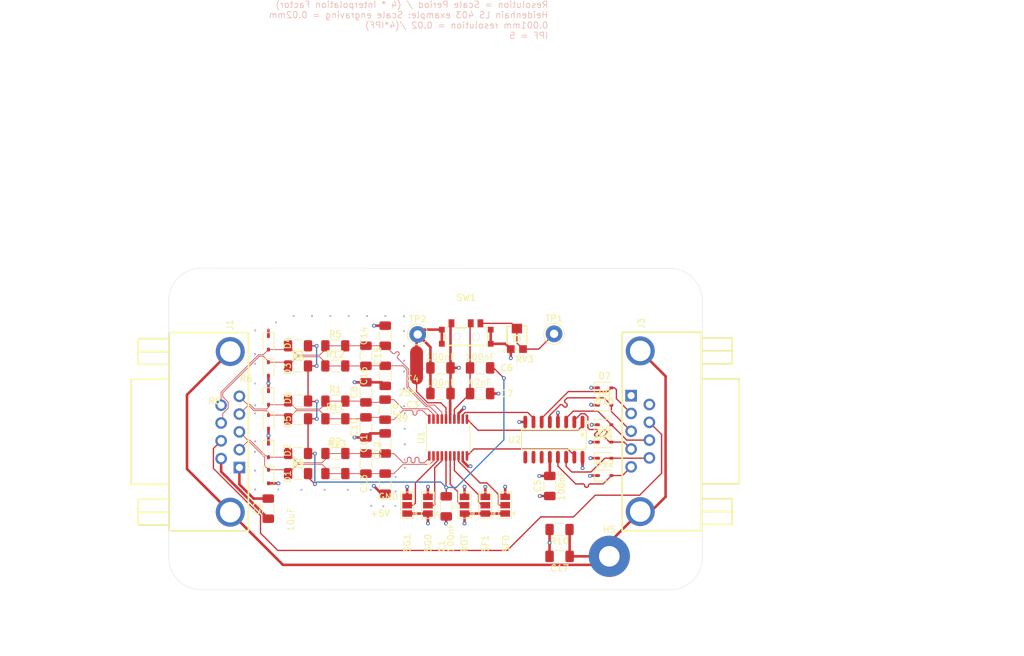
<source format=kicad_pcb>
(kicad_pcb (version 20241229) (generator "pcbnew") (generator_version "9.0")
  (layers (0 "F.Cu" signal) (4 "In1.Cu" signal) (6 "In2.Cu" signal) (2 "B.Cu" signal) (13 "F.Paste" user) (15 "B.Paste" user) (5 "F.SilkS" user "F.Silkscreen") (7 "B.SilkS" user "B.Silkscreen") (1 "F.Mask" user) (3 "B.Mask" user) (25 "Edge.Cuts" user))
  (net 0 "")
  (net 1 "GND")
  (net 2 "ICNV_VREF")
  (net 3 "+5V")
  (net 4 "ICNV_RCLK")
  (net 5 "COS-")
  (net 6 "SHIELD")
  (net 7 "SIN+")
  (net 8 "IDX+")
  (net 9 "COS+")
  (net 10 "IDX-")
  (net 11 "SIN-")
  (net 12 "B+")
  (net 13 "A+")
  (net 14 "A-")
  (net 15 "B-")
  (net 16 "SG1")
  (net 17 "SG0")
  (net 18 "SF1")
  (net 19 "ROT")
  (net 20 "SF0")
  (net 21 "GNDA")
  (net 22 "MC_2A")
  (net 23 "MC_1A")
  (net 24 "MC_3A")
  (net 25 "Z-")
  (net 26 "Z+")
  (net 27 "GNDS")
  (net 28 "Net-(RV3-Pad2)")
  (footprint "Diode_SMD:D_SOD-323" (layer "F.Cu") (at 123.5 98.9 -90)
    (property "Reference" "D5")
    (property "Value" "SD15_SOD323")
  )
  (footprint "easyeda2kicad:RES-ADJ-SMD_TC33X-2-104E" (layer "F.Cu") (at 162.12 85.975)
    (property "Reference" "RV3")
    (property "Value" "50K")
  )
  (footprint "Diode_SMD:D_SOD-323" (layer "F.Cu") (at 175.77 107.252)
    (property "Reference" "D12")
    (property "Value" "SD15_SOD323")
  )
  (footprint "Resistor_SMD:R_1206_3216Metric_Pad1.30x1.75mm_HandSolder" (layer "F.Cu") (at 168.75 115.64 180)
    (property "Reference" "R10")
    (property "Value" "1M")
  )
  (footprint "easyeda2kicad:SW-SMD_SS-3292S-L2-B" (layer "F.Cu") (at 154.25 85.16)
    (property "Reference" "SW1")
    (property "Value" "SS-3292S-L2-B")
  )
  (footprint "easyeda2kicad:SOIC-16_L9.9-W3.9-P1.27-LS6.0-BL" (layer "F.Cu") (at 167.87 101.65975 180)
    (property "Reference" "U2")
    (property "Value" "MC3487N" (hide yes))
  )
  (footprint "Diode_SMD:D_SOD-323" (layer "F.Cu") (at 123.49 90.67 -90)
    (property "Reference" "D3")
    (property "Value" "SD15_SOD323")
  )
  (footprint "Diode_SMD:D_SOD-323" (layer "F.Cu") (at 175.76 102.052)
    (property "Reference" "D9")
    (property "Value" "SD15_SOD323")
  )
  (footprint "Resistor_SMD:R_1206_3216Metric_Pad1.30x1.75mm_HandSolder" (layer "F.Cu") (at 128.1 106.95)
    (property "Reference" "R4")
    (property "Value" "25K")
  )
  (footprint "Diode_SMD:D_SOD-323" (layer "F.Cu") (at 123.49 103.35 -90)
    (property "Reference" "D2")
    (property "Value" "SD15_SOD323")
  )
  (footprint "Capacitor_SMD:C_1206_3216Metric_Pad1.33x1.80mm_HandSolder" (layer "F.Cu") (at 138.65 105.3875 -90)
    (property "Reference" "C12")
    (property "Value" "470p")
  )
  (footprint "MountingHole:MountingHole_3.2mm_M3" (layer "F.Cu") (at 120.85 80.78)
    (property "Reference" "H1" (hide yes))
    (property "Value" "MountingHole")
  )
  (footprint "Capacitor_SMD:C_1206_3216Metric_Pad1.33x1.80mm_HandSolder" (layer "F.Cu") (at 150.2375 90.5 180)
    (property "Reference" "C4")
    (property "Value" "100nF")
  )
  (footprint "Resistor_SMD:R_1206_3216Metric_Pad1.30x1.75mm_HandSolder" (layer "F.Cu") (at 128.09 90.2)
    (property "Reference" "R7")
    (property "Value" "25K")
  )
  (footprint "Capacitor_SMD:C_1206_3216Metric_Pad1.33x1.80mm_HandSolder" (layer "F.Cu") (at 141.64 102.2575 90)
    (property "Reference" "C11")
    (property "Value" "470p")
  )
  (footprint "Package_SO:TSSOP-20_4.4x6.5mm_P0.65mm" (layer "F.Cu") (at 151.425 101.3375 90)
    (property "Reference" "U1")
    (property "Value" "iC-NV")
  )
  (footprint "Capacitor_SMD:C_1206_3216Metric_Pad1.33x1.80mm_HandSolder" (layer "F.Cu") (at 167.2343 108.87335 90)
    (property "Reference" "C5")
    (property "Value" "100nF")
  )
  (footprint "Resistor_SMD:R_1206_3216Metric_Pad1.30x1.75mm_HandSolder" (layer "F.Cu") (at 133.89 90.2)
    (property "Reference" "R12")
    (property "Value" "1K")
  )
  (footprint "Capacitor_SMD:C_1206_3216Metric_Pad1.33x1.80mm_HandSolder" (layer "F.Cu") (at 156.4 90.5)
    (property "Reference" "C6")
    (property "Value" "100nF")
  )
  (footprint "Resistor_SMD:R_1206_3216Metric_Pad1.30x1.75mm_HandSolder" (layer "F.Cu") (at 133.89 87.07)
    (property "Reference" "R5")
    (property "Value" "1K")
  )
  (footprint "JumperSMD:SolderJumper-3_P1.3mm_Open_Pad1.0x1.5mm" (layer "F.Cu") (at 145.0575 111.87 90)
    (property "Reference" "JP1")
    (property "Value" "SolderJumper_3_Open")
  )
  (footprint "Resistor_SMD:R_1206_3216Metric_Pad1.30x1.75mm_HandSolder" (layer "F.Cu") (at 128.09 87.07 180)
    (property "Reference" "R6")
    (property "Value" "25K")
  )
  (footprint "Diode_SMD:D_SOD-323" (layer "F.Cu") (at 123.49 86.6 -90)
    (property "Reference" "D4")
    (property "Value" "SD15_SOD323")
  )
  (footprint "easyeda2kicad:DB9-TH_D-SUB-DR-9PCM-CB" (layer "F.Cu") (at 117.556047 100.458112 -90)
    (property "Reference" "J1")
    (property "Value" "Conn_01x11_Pin")
  )
  (footprint "JumperSMD:SolderJumper-3_P1.3mm_Open_Pad1.0x1.5mm" (layer "F.Cu") (at 160.3 111.86 90)
    (property "Reference" "JP5")
    (property "Value" "SolderJumper_3_Open")
  )
  (footprint "Capacitor_SMD:C_1206_3216Metric_Pad1.33x1.80mm_HandSolder" (layer "F.Cu") (at 156.4 94.5)
    (property "Reference" "C7")
    (property "Value" "47nF")
  )
  (footprint "Capacitor_SMD:C_1206_3216Metric_Pad1.33x1.80mm_HandSolder" (layer "F.Cu") (at 141.65 91.74 90)
    (property "Reference" "C16")
    (property "Value" "470p")
  )
  (footprint "JumperSMD:SolderJumper-3_P1.3mm_Open_Pad1.0x1.5mm" (layer "F.Cu") (at 157.2095 111.87 90)
    (property "Reference" "JP3")
    (property "Value" "SolderJumper_3_Open")
  )
  (footprint "Diode_SMD:D_SOD-323" (layer "F.Cu") (at 175.76 93.6)
    (property "Reference" "D7")
    (property "Value" "SD15_SOD323")
  )
  (footprint "Capacitor_SMD:C_1206_3216Metric_Pad1.33x1.80mm_HandSolder" (layer "F.Cu") (at 151.1335 112.05 -90)
    (property "Reference" "C1")
    (property "Value" "100nF")
  )
  (footprint "Capacitor_SMD:C_1206_3216Metric_Pad1.33x1.80mm_HandSolder" (layer "F.Cu") (at 138.65 88.6175 -90)
    (property "Reference" "C15")
    (property "Value" "470p")
  )
  (footprint "Resistor_SMD:R_1206_3216Metric_Pad1.30x1.75mm_HandSolder" (layer "F.Cu") (at 128.1 95.65 180)
    (property "Reference" "R8")
    (property "Value" "25K" (hide yes))
  )
  (footprint "Resistor_SMD:R_1206_3216Metric_Pad1.30x1.75mm_HandSolder" (layer "F.Cu") (at 133.9 106.95)
    (property "Reference" "R13")
    (property "Value" "1K")
  )
  (footprint "Capacitor_SMD:C_1206_3216Metric_Pad1.33x1.80mm_HandSolder" (layer "F.Cu") (at 138.65 94.3075 90)
    (property "Reference" "C8")
    (property "Value" "470p")
  )
  (footprint "NetTie:NetTie-2_SMD_Pad2.0mm" (layer "F.Cu") (at 146.52 90.09 -90)
    (property "Reference" "NT1" (hide yes))
    (property "Value" "NetTie_2" (hide yes))
  )
  (footprint "Capacitor_SMD:C_1206_3216Metric_Pad1.33x1.80mm_HandSolder" (layer "F.Cu") (at 123.46 112.4 90)
    (property "Reference" "C2")
    (property "Value" "10uF")
  )
  (footprint "Diode_SMD:D_SOD-323" (layer "F.Cu") (at 123.5 107.41 -90)
    (property "Reference" "D1")
    (property "Value" "SD15_SOD323")
  )
  (footprint "JumperSMD:SolderJumper-3_P1.3mm_Open_Pad1.0x1.5mm" (layer "F.Cu") (at 153.979 111.87 90)
    (property "Reference" "JP4")
    (property "Value" "SolderJumper_3_Open")
  )
  (footprint "Capacitor_SMD:C_1206_3216Metric_Pad1.33x1.80mm_HandSolder" (layer "F.Cu") (at 168.7575 119.83 180)
    (property "Reference" "C17")
    (property "Value" "4n7")
  )
  (footprint "Diode_SMD:D_SOD-323" (layer "F.Cu") (at 123.5 95.18 -90)
    (property "Reference" "D6")
    (property "Value" "SD15_SOD323")
  )
  (footprint "Capacitor_SMD:C_1206_3216Metric_Pad1.33x1.80mm_HandSolder" (layer "F.Cu") (at 141.64 108.5125 90)
    (property "Reference" "C13")
    (property "Value" "470p")
  )
  (footprint "Capacitor_SMD:C_1206_3216Metric_Pad1.33x1.80mm_HandSolder" (layer "F.Cu") (at 150.2375 94.5 180)
    (property "Reference" "C3")
    (property "Value" "100nF")
  )
  (footprint "Diode_SMD:D_SOD-323" (layer "F.Cu") (at 175.77 104.55)
    (property "Reference" "D11")
    (property "Value" "SD15_SOD323")
  )
  (footprint "Capacitor_SMD:C_1206_3216Metric_Pad1.33x1.80mm_HandSolder" (layer "F.Cu") (at 141.65 85.4975 90)
    (property "Reference" "C14")
    (property "Value" "470p")
  )
  (footprint "Diode_SMD:D_SOD-323" (layer "F.Cu") (at 175.76 99.35)
    (property "Reference" "D10")
    (property "Value" "SD15_SOD323")
  )
  (footprint "JumperSMD:SolderJumper-3_P1.3mm_Open_Pad1.0x1.5mm" (layer "F.Cu") (at 148.288 111.87 90)
    (property "Reference" "JP2")
    (property "Value" "SolderJumper_3_Open")
  )
  (footprint "Capacitor_SMD:C_1206_3216Metric_Pad1.33x1.80mm_HandSolder" (layer "F.Cu") (at 141.63 97 -90)
    (property "Reference" "C9")
    (property "Value" "470p")
  )
  (footprint "Resistor_SMD:R_1206_3216Metric_Pad1.30x1.75mm_HandSolder" (layer "F.Cu") (at 133.9 95.67)
    (property "Reference" "R1")
    (property "Value" "1K")
  )
  (footprint "Resistor_SMD:R_1206_3216Metric_Pad1.30x1.75mm_HandSolder" (layer "F.Cu") (at 133.9 103.82)
    (property "Reference" "R2")
    (property "Value" "1K")
  )
  (footprint "Connector_Pin:Pin_D1.3mm_L11.0mm" (layer "F.Cu") (at 167.9 85.2 180)
    (property "Reference" "TP1")
    (property "Value" "TestPoint")
  )
  (footprint "MountingHole:MountingHole_3.2mm_M3" (layer "F.Cu") (at 120.85 119.9)
    (property "Reference" "H3" (hide yes))
    (property "Value" "MountingHole")
  )
  (footprint "Connector_Pin:Pin_D1.3mm_L11.0mm" (layer "F.Cu") (at 146.7 85.3 180)
    (property "Reference" "TP2")
    (property "Value" "TestPoint")
  )
  (footprint "Diode_SMD:D_SOD-323" (layer "F.Cu") (at 175.76 96.302)
    (property "Reference" "D8")
    (property "Value" "SD15_SOD323")
  )
  (footprint "Resistor_SMD:R_1206_3216Metric_Pad1.30x1.75mm_HandSolder" (layer "F.Cu") (at 128.1 98.42)
    (property "Reference" "R9")
    (property "Value" "25K")
  )
  (footprint "Resistor_SMD:R_1206_3216Metric_Pad1.30x1.75mm_HandSolder" (layer "F.Cu") (at 133.9 98.42)
    (property "Reference" "R11")
    (property "Value" "1K")
  )
  (footprint "Capacitor_SMD:C_1206_3216Metric_Pad1.33x1.80mm_HandSolder" (layer "F.Cu") (at 138.65 99.7625 90)
    (property "Reference" "C10")
    (property "Value" "470p")
  )
  (footprint "MountingHole:MountingHole_3.2mm_M3_Pad" (layer "F.Cu") (at 176.49 119.82)
    (property "Reference" "H5")
    (property "Value" "MountingHole_Pad")
  )
  (footprint "easyeda2kicad:DB9-TH_D-SUB-DR-9PCM-CB" (layer "F.Cu") (at 181.3 100.36 90)
    (property "Reference" "J3")
    (property "Value" "Conn_01x11_Pin")
  )
  (footprint "Resistor_SMD:R_1206_3216Metric_Pad1.30x1.75mm_HandSolder" (layer "F.Cu") (at 128.1 103.82 180)
    (property "Reference" "R3")
    (property "Value" "25K")
  )
  (footprint "MountingHole:MountingHole_3.2mm_M3" (layer "F.Cu") (at 176.49 80.7)
    (property "Reference" "H2" (hide yes))
    (property "Value" "MountingHole")
  )
  (gr_arc (start 108.006047 80.008112) (mid 109.470513 76.472578) (end 113.006047 75.008112) (stroke (width 0.05)) (layer "Edge.Cuts"))
  (gr_line (start 108.006047 120.008112) (end 108.006047 80.008112) (stroke (width 0.05)) (layer "Edge.Cuts"))
  (gr_line (start 113.006047 75.008112) (end 185.944466 75.034466) (stroke (width 0.05)) (layer "Edge.Cuts"))
  (gr_arc (start 113.006047 125.008112) (mid 109.470513 123.543646) (end 108.006047 120.008112) (stroke (width 0.05)) (layer "Edge.Cuts"))
  (gr_arc (start 185.944466 75.034466) (mid 189.48 76.498932) (end 190.944466 80.034466) (stroke (width 0.05)) (layer "Edge.Cuts"))
  (gr_line (start 190.944466 80.034466) (end 190.944466 120.034466) (stroke (width 0.05)) (layer "Edge.Cuts"))
  (gr_arc (start 190.944466 120.034466) (mid 189.48 123.57) (end 185.944466 125.034466) (stroke (width 0.05)) (layer "Edge.Cuts"))
  (gr_line (start 185.9445 125.034466) (end 113.00605 125.008112) (stroke (width 0.05)) (layer "Edge.Cuts"))
  (gr_text "SG0" (at 148.288 117.778571 90) (layer "F.SilkS") (effects (font (size 1 1))))
  (gr_text "+5V" (at 140.85 113.15 0) (layer "F.SilkS") (effects (font (size 1 1))))
  (gr_text "ROT" (at 153.979 117.82619 90) (layer "F.SilkS") (effects (font (size 1 1))))
  (gr_text "25K" (at 145.15 94.35 0) (layer "F.SilkS") (effects (font (size 1 1))))
  (gr_text "GND" (at 142.123809 110.55 0) (layer "F.SilkS") (effects (font (size 1 1))))
  (gr_text "R6" (at 120 92.2 0) (layer "F.SilkS") (effects (font (size 1 1))))
  (gr_text "SF1" (at 157.2095 117.85 90) (layer "F.SilkS") (effects (font (size 1 1))))
  (gr_text "SG1\n" (at 145.0575 117.778571 90) (layer "F.SilkS") (effects (font (size 1 1))))
  (gr_text "SF0" (at 160.44 117.85 90) (layer "F.SilkS") (effects (font (size 1 1))))
  (gr_text "Resolution = Scale Period / (4 * Interpolation Factor)\nHeidenhain LS 403 example: Scale engraving = 0.02mm\n0.001mm resolution = 0.02 /(4*IPF)  \nIPF = 5\n\n" (at 167.05 41 0) (layer "B.SilkS") (effects (font (size 1 1) (thickness 0.1)) (justify left bottom mirror)))
  (segment (start 147.45 84.55) (end 146.7 85.3) (width 0.4) (layer "F.Cu") (net 1))
  (segment (start 123.49 94.12) (end 123.5 94.13) (width 0.4) (layer "F.Cu") (net 1))
  (segment (start 158.05 86.75) (end 160.345 86.75) (width 0.4) (layer "F.Cu") (net 1))
  (segment (start 139.905 83.935) (end 139.9 83.93) (width 0.4) (layer "F.Cu") (net 1))
  (segment (start 148.675 90.5) (end 148.675 87.275) (width 0.4) (layer "F.Cu") (net 1))
  (segment (start 123.5 108.46) (end 125.03 108.46) (width 0.4) (layer "F.Cu") (net 1))
  (segment (start 150.45 84.55) (end 147.45 84.55) (width 0.4) (layer "F.Cu") (net 1))
  (segment (start 123.49 99.96) (end 123.5 99.95) (width 0.4) (layer "F.Cu") (net 1))
  (segment (start 173.69 93.6) (end 173.68 93.59) (width 0.4) (layer "F.Cu") (net 1))
  (segment (start 165.67915 110.43585) (end 165.675 110.44) (width 0.4) (layer "F.Cu") (net 1))
  (segment (start 141.64 100.695) (end 139.28 100.695) (width 0.4) (layer "F.Cu") (net 1))
  (segment (start 141.64 110.075) (end 141.075 110.075) (width 0.4) (layer "F.Cu") (net 1))
  (segment (start 174.71 96.302) (end 173.74025 96.302) (width 0.4) (layer "F.Cu") (net 1))
  (segment (start 167.2 115.64) (end 167.2 117.71) (width 0.4) (layer "F.Cu") (net 1))
  (segment (start 118.976047 105.998112) (end 118.976047 108.628605) (width 0.4) (layer "F.Cu") (net 1))
  (segment (start 163.43 98.91975) (end 162.4923 98.91975) (width 0.4) (layer "F.Cu") (net 1))
  (segment (start 161.17 88.97) (end 161.175 88.975) (width 0.4) (layer "F.Cu") (net 1))
  (segment (start 154.501208 105.8) (end 154.9 105.8) (width 0.4) (layer "F.Cu") (net 1))
  (segment (start 167.2343 110.43585) (end 165.67915 110.43585) (width 0.4) (layer "F.Cu") (net 1))
  (segment (start 157.9625 94.5) (end 159.25 94.5) (width 0.4) (layer "F.Cu") (net 1))
  (segment (start 146.52 88.09) (end 146.52 85.48) (width 0.4) (layer "F.Cu") (net 1))
  (segment (start 151.1335 113.6125) (end 151.1335 114.6565) (width 0.4) (layer "F.Cu") (net 1))
  (segment (start 173.74025 96.302) (end 173.67 96.23175) (width 0.4) (layer "F.Cu") (net 1))
  (segment (start 174.71 102.052) (end 173.568 102.052) (width 0.4) (layer "F.Cu") (net 1))
  (segment (start 141.0925 92.745) (end 141.65 93.3025) (width 0.4) (layer "F.Cu") (net 1))
  (segment (start 123.49 92.92) (end 123.49 94.12) (width 0.4) (layer "F.Cu") (net 1))
  (segment (start 139.28 100.695) (end 138.65 101.325) (width 0.4) (layer "F.Cu") (net 1))
  (segment (start 150.45 86.75) (end 150.45 84.55) (width 0.4) (layer "F.Cu") (net 1))
  (segment (start 153.979 109) (end 153.979 110.57) (width 0.4) (layer "F.Cu") (net 1))
  (segment (start 121.184942 110.8375) (end 123.46 110.8375) (width 0.4) (layer "F.Cu") (net 1))
  (segment (start 125.03 108.46) (end 125.04 108.47) (width 0.4) (layer "F.Cu") (net 1))
  (segment (start 148.288 109) (end 148.288 110.57) (width 0.4) (layer "F.Cu") (net 1))
  (segment (start 174.72 107.252) (end 173.538 107.252) (width 0.4) (layer "F.Cu") (net 1))
  (segment (start 174.72 104.55) (end 173.55 104.55) (width 0.4) (layer "F.Cu") (net 1))
  (segment (start 151.1335 114.6565) (end 151.09 114.7) (width 0.4) (layer "F.Cu") (net 1))
  (segment (start 167.195 119.83) (end 167.195 117.715) (width 0.4) (layer "F.Cu") (net 1))
  (segment (start 148.675 94.5) (end 148.675 90.5) (width 0.4) (layer "F.Cu") (net 1))
  (segment (start 173.55 102.07) (end 173.568 102.052) (width 0.4) (layer "F.Cu") (net 1))
  (segment (start 174.71 93.6) (end 173.69 93.6) (width 0.4) (layer "F.Cu") (net 1))
  (segment (start 141.075 110.075) (end 139.87 108.87) (width 0.4) (layer "F.Cu") (net 1))
  (segment (start 123.49 91.72) (end 123.49 92.92) (width 0.4) (layer "F.Cu") (net 1))
  (segment (start 167.195 117.715) (end 167.2 117.71) (width 0.4) (layer "F.Cu") (net 1))
  (segment (start 153.7 104.998792) (end 154.501208 105.8) (width 0.4) (layer "F.Cu") (net 1))
  (segment (start 153.7 104.2) (end 153.7 104.998792) (width 0.4) (layer "F.Cu") (net 1))
  (segment (start 138.65 92.745) (end 136.885 92.745) (width 0.4) (layer "F.Cu") (net 1))
  (segment (start 136.885 101.325) (end 136.88 101.32) (width 0.4) (layer "F.Cu") (net 1))
  (segment (start 174.71 99.35) (end 173.75 99.35) (width 0.4) (layer "F.Cu") (net 1))
  (segment (start 123.49 84.6) (end 123.48 84.59) (width 0.4) (layer "F.Cu") (net 1))
  (segment (start 145.0575 109) (end 145.0575 110.57) (width 0.4) (layer "F.Cu") (net 1))
  (segment (start 161.17 87.575) (end 161.17 88.97) (width 0.4) (layer "F.Cu") (net 1))
  (segment (start 123.49 101.04) (end 123.49 99.96) (width 0.4) (layer "F.Cu") (net 1))
  (segment (start 141.65 83.935) (end 139.905 83.935) (width 0.4) (layer "F.Cu") (net 1))
  (segment (start 160.345 86.75) (end 161.17 87.575) (width 0.4) (layer "F.Cu") (net 1))
  (segment (start 146.52 85.48) (end 146.7 85.3) (width 0.4) (layer "F.Cu") (net 1))
  (segment (start 138.65 101.325) (end 136.885 101.325) (width 0.4) (layer "F.Cu") (net 1))
  (segment (start 123.49 85.55) (end 123.49 84.6) (width 0.4) (layer "F.Cu") (net 1))
  (segment (start 160.3 108.99) (end 160.3 110.56) (width 0.4) (layer "F.Cu") (net 1))
  (segment (start 148.675 87.275) (end 146.7 85.3) (width 0.4) (layer "F.Cu") (net 1))
  (segment (start 118.976047 108.628605) (end 121.184942 110.8375) (width 0.4) (layer "F.Cu") (net 1))
  (segment (start 173.538 107.252) (end 173.49 107.3) (width 0.4) (layer "F.Cu") (net 1))
  (segment (start 158.05 84.55) (end 158.05 86.75) (width 0.4) (layer "F.Cu") (net 1))
  (segment (start 157.2095 109) (end 157.2095 110.57) (width 0.4) (layer "F.Cu") (net 1))
  (segment (start 138.65 92.745) (end 141.0925 92.745) (width 0.4) (layer "F.Cu") (net 1))
  (segment (start 123.5 110.7975) (end 123.46 110.8375) (width 0.4) (layer "F.Cu") (net 1))
  (segment (start 123.49 102.3) (end 123.49 101.04) (width 0.4) (layer "F.Cu") (net 1))
  (via (at 143.26 109.725) (size 0.25) (drill 0.15) (layers "F.Cu" "B.Cu") (net 1))
  (via (at 123.48 84.59) (size 0.25) (drill 0.15) (layers "F.Cu" "B.Cu") (net 1))
  (via (at 121.44 96.31) (size 0.25) (drill 0.15) (layers "F.Cu" "B.Cu") (net 1))
  (via (at 173.55 102.07) (size 0.6) (drill 0.3) (layers "F.Cu" "B.Cu") (net 1))
  (via (at 148.288 109) (size 0.6) (drill 0.3) (layers "F.Cu" "B.Cu") (net 1))
  (via (at 139.9 83.93) (size 0.6) (drill 0.3) (layers "F.Cu" "B.Cu") (net 1))
  (via (at 125.04 108.47) (size 0.6) (drill 0.3) (layers "F.Cu" "B.Cu") (net 1))
  (via (at 143.23 111.97) (size 0.25) (drill 0.15) (layers "F.Cu" "B.Cu") (net 1))
  (via (at 133.116667 82.45) (size 0.25) (drill 0.15) (layers "F.Cu" "B.Cu") (net 1))
  (via (at 139.87 108.87) (size 0.6) (drill 0.3) (layers "F.Cu" "B.Cu") (net 1))
  (via (at 136.88 101.32) (size 0.6) (drill 0.3) (layers "F.Cu" "B.Cu") (net 1))
  (via (at 151.09 114.7) (size 0.6) (drill 0.3) (layers "F.Cu" "B.Cu") (net 1))
  (via (at 153.979 109) (size 0.6) (drill 0.3) (layers "F.Cu" "B.Cu") (net 1))
  (via (at 144.7 102.386667) (size 0.25) (drill 0.15) (layers "F.Cu" "B.Cu") (net 1))
  (via (at 144.68 99.973333) (size 0.25) (drill 0.15) (layers "F.Cu" "B.Cu") (net 1))
  (via (at 121.43 101.93) (size 0.25) (drill 0.15) (layers "F.Cu" "B.Cu") (net 1))
  (via (at 139.47 111.96) (size 0.25) (drill 0.15) (layers "F.Cu" "B.Cu") (net 1))
  (via (at 121.43 97.57) (size 0.25) (drill 0.15) (layers "F.Cu" "B.Cu") (net 1))
  (via (at 160.3 108.99) (size 0.6) (drill 0.3) (layers "F.Cu" "B.Cu") (net 1))
  (via (at 121.39 103.55) (size 0.25) (drill 0.15) (layers "F.Cu" "B.Cu") (net 1))
  (via (at 121.41 88.37) (size 0.25) (drill 0.15) (layers "F.Cu" "B.Cu") (net 1))
  (via (at 124.69 83.43) (size 0.25) (drill 0.15) (layers "F.Cu" "B.Cu") (net 1))
  (via (at 138.823333 82.45) (size 0.25) (drill 0.15) (layers "F.Cu" "B.Cu") (net 1))
  (via (at 121.42 109.42) (size 0.25) (drill 0.15) (layers "F.Cu" "B.Cu") (net 1))
  (via (at 121.44 92.93) (size 0.25) (drill 0.15) (layers "F.Cu" "B.Cu") (net 1))
  (via (at 121.44 84.66) (size 0.25) (drill 0.15) (layers "F.Cu" "B.Cu") (net 1))
  (via (at 144.69 106.04) (size 0.25) (drill 0.15) (layers "F.Cu" "B.Cu") (net 1))
  (via (at 144.68 97.56) (size 0.25) (drill 0.15) (layers "F.Cu" "B.Cu") (net 1))
  (via (at 125.02 109.43) (size 0.25) (drill 0.15) (layers "F.Cu" "B.Cu") (net 1))
  (via (at 144.56 87.076667) (size 0.25) (drill 0.15) (layers "F.Cu" "B.Cu") (net 1))
  (via (at 144.58 93.75) (size 0.25) (drill 0.15) (layers "F.Cu" "B.Cu") (net 1))
  (via (at 144.58 91.04) (size 0.25) (drill 0.15) (layers "F.Cu" "B.Cu") (net 1))
  (via (at 144.69 104.8) (size 0.25) (drill 0.15) (layers "F.Cu" "B.Cu") (net 1))
  (via (at 144.57 96.46) (size 0.25) (drill 0.15) (layers "F.Cu" "B.Cu") (net 1))
  (via (at 154.9 105.8) (size 0.6) (drill 0.3) (layers "F.Cu" "B.Cu") (net 1))
  (via (at 173.55 104.55) (size 0.6) (drill 0.3) (layers "F.Cu" "B.Cu") (net 1))
  (via (at 159.25 94.5) (size 0.6) (drill 0.3) (layers "F.Cu" "B.Cu") (net 1))
  (via (at 157.2095 109) (size 0.6) (drill 0.3) (layers "F.Cu" "B.Cu") (net 1))
  (via (at 132.22 109.47) (size 0.25) (drill 0.15) (layers "F.Cu" "B.Cu") (net 1))
  (via (at 162.4923 98.91975) (size 0.6) (drill 0.3) (layers "F.Cu" "B.Cu") (net 1))
  (via (at 173.67 96.23175) (size 0.6) (drill 0.3) (layers "F.Cu" "B.Cu") (net 1))
  (via (at 136.885 92.745) (size 0.6) (drill 0.3) (layers "F.Cu" "B.Cu") (net 1))
  (via (at 144.53 82.47) (size 0.25) (drill 0.15) (layers "F.Cu" "B.Cu") (net 1))
  (via (at 128.62 109.47) (size 0.25) (drill 0.15) (layers "F.Cu" "B.Cu") (net 1))
  (via (at 135.97 82.45) (size 0.25) (drill 0.15) (layers "F.Cu" "B.Cu") (net 1))
  (via (at 121.44 89.86) (size 0.25) (drill 0.15) (layers "F.Cu" "B.Cu") (net 1))
  (via (at 135.82 109.47) (size 0.25) (drill 0.15) (layers "F.Cu" "B.Cu") (net 1))
  (via (at 141.676667 82.44) (size 0.25) (drill 0.15) (layers "F.Cu" "B.Cu") (net 1))
  (via (at 173.68 93.59) (size 0.6) (drill 0.3) (layers "F.Cu" "B.Cu") (net 1))
  (via (at 144.56 84.773333) (size 0.25) (drill 0.15) (layers "F.Cu" "B.Cu") (net 1))
  (via (at 173.75 99.35) (size 0.6) (drill 0.3) (layers "F.Cu" "B.Cu") (net 1))
  (via (at 161.175 88.975) (size 0.6) (drill 0.3) (layers "F.Cu" "B.Cu") (net 1))
  (via (at 139.42 109.49) (size 0.25) (drill 0.15) (layers "F.Cu" "B.Cu") (net 1))
  (via (at 123.49 92.92) (size 0.6) (drill 0.3) (layers "F.Cu" "B.Cu") (net 1))
  (via (at 173.49 107.3) (size 0.6) (drill 0.3) (layers "F.Cu" "B.Cu") (net 1))
  (via (at 130.263333 82.45) (size 0.25) (drill 0.15) (layers "F.Cu" "B.Cu") (net 1))
  (via (at 165.675 110.44) (size 0.6) (drill 0.3) (layers "F.Cu" "B.Cu") (net 1))
  (via (at 123.49 101.04) (size 0.6) (drill 0.3) (layers "F.Cu" "B.Cu") (net 1))
  (via (at 144.57 89.38) (size 0.25) (drill 0.15) (layers "F.Cu" "B.Cu") (net 1))
  (via (at 127.41 82.45) (size 0.25) (drill 0.15) (layers "F.Cu" "B.Cu") (net 1))
  (via (at 121.4 106.485) (size 0.25) (drill 0.15) (layers "F.Cu" "B.Cu") (net 1))
  (via (at 167.2 117.71) (size 0.6) (drill 0.3) (layers "F.Cu" "B.Cu") (net 1))
  (via (at 145.0575 109) (size 0.6) (drill 0.3) (layers "F.Cu" "B.Cu") (net 1))
  (via (at 141.35 112.02) (size 0.25) (drill 0.15) (layers "F.Cu" "B.Cu") (net 1))
  (via (at 143.27 107.48) (size 0.25) (drill 0.15) (layers "F.Cu" "B.Cu") (net 1))
  (segment (start 129.73 95.73) (end 129.65 95.65) (width 0.2) (layer "F.Cu") (net 2))
  (segment (start 157.9625 90.5) (end 158.5 90.5) (width 0.2) (layer "F.Cu") (net 2))
  (segment (start 129.64 90.2) (end 130.98 90.2) (width 0.2) (layer "F.Cu") (net 2))
  (segment (start 130.99 98.42) (end 131 98.43) (width 0.2) (layer "F.Cu") (net 2))
  (segment (start 130.71 103.83) (end 129.66 103.83) (width 0.2) (layer "F.Cu") (net 2))
  (segment (start 129.66 103.83) (end 129.65 103.82) (width 0.2) (layer "F.Cu") (net 2))
  (segment (start 129.65 98.42) (end 130.99 98.42) (width 0.2) (layer "F.Cu") (net 2))
  (segment (start 129.65 107.52) (end 129.65 106.95) (width 0.2) (layer "F.Cu") (net 2))
  (segment (start 131 95.73) (end 129.73 95.73) (width 0.2) (layer "F.Cu") (net 2))
  (segment (start 151.1335 109.1135) (end 151.13 109.11) (width 0.2) (layer "F.Cu") (net 2))
  (segment (start 129.65 87.08) (end 129.64 87.07) (width 0.2) (layer "F.Cu") (net 2))
  (segment (start 129.65 90.21) (end 129.64 90.2) (width 0.2) (layer "F.Cu") (net 2))
  (segment (start 151.1 109.08) (end 151.13 109.11) (width 0.2) (layer "F.Cu") (net 2))
  (segment (start 130.71 108.58) (end 129.65 107.52) (width 0.2) (layer "F.Cu") (net 2))
  (segment (start 158.5 90.5) (end 160.1 92.1) (width 0.2) (layer "F.Cu") (net 2))
  (segment (start 151.1 104.2) (end 151.1 109.08) (width 0.2) (layer "F.Cu") (net 2))
  (segment (start 130.98 87.08) (end 129.65 87.08) (width 0.2) (layer "F.Cu") (net 2))
  (segment (start 151.1335 110.4875) (end 151.1335 109.1135) (width 0.2) (layer "F.Cu") (net 2))
  (segment (start 129.65 95.65) (end 129.65 90.21) (width 0.2) (layer "F.Cu") (net 2))
  (segment (start 129.65 103.82) (end 129.65 98.42) (width 0.2) (layer "F.Cu") (net 2))
  (via (at 130.71 108.58) (size 0.6) (drill 0.3) (layers "F.Cu" "B.Cu") (net 2))
  (via (at 130.98 87.08) (size 0.6) (drill 0.3) (layers "F.Cu" "B.Cu") (net 2))
  (via (at 160.1 92.1) (size 0.6) (drill 0.3) (layers "F.Cu" "B.Cu") (net 2))
  (via (at 130.71 103.83) (size 0.6) (drill 0.3) (layers "F.Cu" "B.Cu") (net 2))
  (via (at 131 95.73) (size 0.6) (drill 0.3) (layers "F.Cu" "B.Cu") (net 2))
  (via (at 131 98.43) (size 0.6) (drill 0.3) (layers "F.Cu" "B.Cu") (net 2))
  (via (at 151.13 109.11) (size 0.6) (drill 0.3) (layers "F.Cu" "B.Cu") (net 2))
  (via (at 130.98 90.2) (size 0.6) (drill 0.3) (layers "F.Cu" "B.Cu") (net 2))
  (segment (start 130.98 90.2) (end 130.98 87.08) (width 0.2) (layer "B.Cu") (net 2))
  (segment (start 131 98.43) (end 131 95.73) (width 0.2) (layer "B.Cu") (net 2))
  (segment (start 152.68 109.11) (end 160.1 101.69) (width 0.2) (layer "B.Cu") (net 2))
  (segment (start 130.71 108.58) (end 130.71 103.83) (width 0.2) (layer "B.Cu") (net 2))
  (segment (start 130.71 108.58) (end 131.021 108.269) (width 0.2) (layer "B.Cu") (net 2))
  (segment (start 150.289 108.269) (end 151.13 109.11) (width 0.2) (layer "B.Cu") (net 2))
  (segment (start 151.13 109.11) (end 152.68 109.11) (width 0.2) (layer "B.Cu") (net 2))
  (segment (start 160.1 101.69) (end 160.1 92.1) (width 0.2) (layer "B.Cu") (net 2))
  (segment (start 131.021 108.269) (end 150.289 108.269) (width 0.2) (layer "B.Cu") (net 2))
  (segment (start 167.24 107.30515) (end 167.2343 107.31085) (width 0.4) (layer "F.Cu") (net 3))
  (segment (start 116.136047 106.638547) (end 123.46 113.9625) (width 0.4) (layer "F.Cu") (net 3))
  (segment (start 151.95 83.57) (end 151.8 83.72) (width 0.4) (layer "F.Cu") (net 3))
  (segment (start 148.288 113.17) (end 148.288 114.7) (width 0.4) (layer "F.Cu") (net 3))
  (segment (start 167.2343 107.31085) (end 165.60085 107.31085) (width 0.4) (layer "F.Cu") (net 3))
  (segment (start 153.05 97.58) (end 153.91 96.72) (width 0.4) (layer "F.Cu") (net 3))
  (segment (start 151.75 98.475) (end 151.75 94.55) (width 0.4) (layer "F.Cu") (net 3))
  (segment (start 151.8 83.72) (end 151.8 90.5) (width 0.4) (layer "F.Cu") (net 3))
  (segment (start 116.136047 104.618112) (end 116.136047 106.638547) (width 0.4) (layer "F.Cu") (net 3))
  (segment (start 168.5 97.48025) (end 168.4923 97.47255) (width 0.4) (layer "F.Cu") (net 3))
  (segment (start 172.32 106.09) (end 172.33 106.1) (width 0.4) (layer "F.Cu") (net 3))
  (segment (start 168.5 98.91975) (end 168.5 97.48025) (width 0.4) (layer "F.Cu") (net 3))
  (segment (start 172.32 105.35) (end 172.32 104.39975) (width 0.4) (layer "F.Cu") (net 3))
  (segment (start 167.24 104.39975) (end 167.24 107.30515) (width 0.4) (layer "F.Cu") (net 3))
  (segment (start 172.32 105.47) (end 172.32 105.35) (width 0.4) (layer "F.Cu") (net 3))
  (segment (start 172.32 105.35) (end 172.32 106.09) (width 0.4) (layer "F.Cu") (net 3))
  (segment (start 153.979 113.17) (end 160.44 113.17) (width 0.4) (layer "F.Cu") (net 3))
  (segment (start 151.8 90.5) (end 153.1 90.5) (width 0.4) (layer "F.Cu") (net 3))
  (segment (start 153.05 98.475) (end 153.05 97.58) (width 0.4) (layer "F.Cu") (net 3))
  (segment (start 165.60085 107.31085) (end 165.6 107.31) (width 0.4) (layer "F.Cu") (net 3))
  (segment (start 145.0575 113.17) (end 148.288 113.17) (width 0.4) (layer "F.Cu") (net 3))
  (segment (start 153.979 113.17) (end 153.979 114.7) (width 0.4) (layer "F.Cu") (net 3))
  (segment (start 151.75 94.55) (end 151.8 94.5) (width 0.4) (layer "F.Cu") (net 3))
  (segment (start 151.8 94.5) (end 151.8 90.5) (width 0.4) (layer "F.Cu") (net 3))
  (via (at 148.288 114.7) (size 0.6) (drill 0.3) (layers "F.Cu" "B.Cu") (net 3))
  (via (at 153.91 96.72) (size 0.6) (drill 0.3) (layers "F.Cu" "B.Cu") (net 3))
  (via (at 172.33 106.1) (size 0.6) (drill 0.3) (layers "F.Cu" "B.Cu") (net 3))
  (via (at 153.1 90.5) (size 0.6) (drill 0.3) (layers "F.Cu" "B.Cu") (net 3))
  (via (at 153.979 114.7) (size 0.6) (drill 0.3) (layers "F.Cu" "B.Cu") (net 3))
  (via (at 165.6 107.31) (size 0.6) (drill 0.3) (layers "F.Cu" "B.Cu") (net 3))
  (via (at 168.4923 97.47255) (size 0.6) (drill 0.3) (layers "F.Cu" "B.Cu") (net 3))
  (segment (start 152.4 98.475) (end 152.4 96.9375) (width 0.2) (layer "F.Cu") (net 4))
  (segment (start 154.8375 83.6825) (end 154.95 83.57) (width 0.2) (layer "F.Cu") (net 4))
  (segment (start 152.4 96.9375) (end 154.8375 94.5) (width 0.2) (layer "F.Cu") (net 4))
  (segment (start 154.8375 94.5) (end 154.8375 90.5) (width 0.2) (layer "F.Cu") (net 4))
  (segment (start 154.8375 90.5) (end 154.8375 83.6825) (width 0.2) (layer "F.Cu") (net 4))
  (segment (start 122.905247 105.765247) (end 123.5 106.36) (width 0.1) (layer "F.Cu") (net 5))
  (segment (start 122.905247 104.392025) (end 122.905247 105.765247) (width 0.1) (layer "F.Cu") (net 5))
  (segment (start 132.35 106.03) (end 132.35 106.95) (width 0.1) (layer "F.Cu") (net 5))
  (segment (start 126.55 106.95) (end 127.99 105.51) (width 0.1) (layer "F.Cu") (net 5))
  (segment (start 118.976047 103.228112) (end 120.236047 101.968112) (width 0.1) (layer "F.Cu") (net 5))
  (segment (start 141.64 106.95) (end 138.65 106.95) (width 0.1) (layer "F.Cu") (net 5))
  (segment (start 149.15 104.937499) (end 148.577499 105.51) (width 0.1) (layer "F.Cu") (net 5))
  (segment (start 131.83 105.51) (end 132.35 106.03) (width 0.1) (layer "F.Cu") (net 5))
  (segment (start 125.96 106.36) (end 126.55 106.95) (width 0.1) (layer "F.Cu") (net 5))
  (segment (start 148.577499 105.51) (end 144.430001 105.51) (width 0.1) (layer "F.Cu") (net 5))
  (segment (start 120.481334 101.968112) (end 122.905247 104.392025) (width 0.1) (layer "F.Cu") (net 5))
  (segment (start 142.990001 106.95) (end 141.64 106.95) (width 0.1) (layer "F.Cu") (net 5))
  (segment (start 138.65 106.95) (end 135.45 106.95) (width 0.1) (layer "F.Cu") (net 5))
  (segment (start 132.35 106.95) (end 135.45 106.95) (width 0.1) (layer "F.Cu") (net 5))
  (segment (start 144.430001 105.51) (end 142.990001 106.95) (width 0.1) (layer "F.Cu") (net 5))
  (segment (start 123.5 106.36) (end 125.96 106.36) (width 0.1) (layer "F.Cu") (net 5))
  (segment (start 120.236047 101.968112) (end 120.481334 101.968112) (width 0.1) (layer "F.Cu") (net 5))
  (segment (start 127.99 105.51) (end 131.83 105.51) (width 0.1) (layer "F.Cu") (net 5))
  (segment (start 149.15 104.2) (end 149.15 104.937499) (width 0.1) (layer "F.Cu") (net 5))
  (segment (start 124.95 118.91) (end 160.60881 118.91) (width 0.2) (layer "F.Cu") (net 6))
  (segment (start 122.259 113.47002) (end 122.259 116.219) (width 0.2) (layer "F.Cu") (net 6))
  (segment (start 114.935047 106.146067) (end 122.259 113.47002) (width 0.2) (layer "F.Cu") (net 6))
  (segment (start 116.136047 101.848112) (end 114.935047 103.049112) (width 0.2) (layer "F.Cu") (net 6))
  (segment (start 122.259 116.219) (end 124.95 118.91) (width 0.2) (layer "F.Cu") (net 6))
  (segment (start 184.62 100.87) (end 182.72 98.97) (width 0.2) (layer "F.Cu") (net 6))
  (segment (start 184.62 106.89) (end 184.62 100.87) (width 0.2) (layer "F.Cu") (net 6))
  (segment (start 170.92 113.69) (end 174.301 110.309) (width 0.2) (layer "F.Cu") (net 6))
  (segment (start 114.935047 103.049112) (end 114.935047 106.146067) (width 0.2) (layer "F.Cu") (net 6))
  (segment (start 160.60881 118.91) (end 165.82881 113.69) (width 0.2) (layer "F.Cu") (net 6))
  (segment (start 174.301 110.309) (end 181.201 110.309) (width 0.2) (layer "F.Cu") (net 6))
  (segment (start 165.82881 113.69) (end 170.92 113.69) (width 0.2) (layer "F.Cu") (net 6))
  (segment (start 181.201 110.309) (end 184.62 106.89) (width 0.2) (layer "F.Cu") (net 6))
  (segment (start 135.45 95.67) (end 138.45 95.67) (width 0.1) (layer "F.Cu") (net 7))
  (segment (start 144.417501 96.875) (end 142.980001 95.4375) (width 0.1) (layer "F.Cu") (net 7))
  (segment (start 118.976047 94.918112) (end 120.236047 96.178112) (width 0.1) (layer "F.Cu") (net 7))
  (segment (start 123.205 96.895) (end 123.5 96.6) (width 0.1) (layer "F.Cu") (net 7))
  (segment (start 149.15 98.475) (end 149.15 97.737501) (width 0.1) (layer "F.Cu") (net 7))
  (segment (start 148.287499 96.875) (end 144.417501 96.875) (width 0.1) (layer "F.Cu") (net 7))
  (segment (start 121.331778 96.895) (end 123.205 96.895) (width 0.1) (layer "F.Cu") (net 7))
  (segment (start 132.35 96.05) (end 132.35 95.67) (width 0.1) (layer "F.Cu") (net 7))
  (segment (start 132.35 95.67) (end 135.45 95.67) (width 0.1) (layer "F.Cu") (net 7))
  (segment (start 120.61489 96.178112) (end 121.331778 96.895) (width 0.1) (layer "F.Cu") (net 7))
  (segment (start 149.15 97.737501) (end 148.287499 96.875) (width 0.1) (layer "F.Cu") (net 7))
  (segment (start 120.236047 96.178112) (end 120.61489 96.178112) (width 0.1) (layer "F.Cu") (net 7))
  (segment (start 126.55 95.65) (end 127.81 96.91) (width 0.1) (layer "F.Cu") (net 7))
  (segment (start 123.5 96.6) (end 123.5 96.23) (width 0.1) (layer "F.Cu") (net 7))
  (segment (start 127.81 96.91) (end 131.49 96.91) (width 0.1) (layer "F.Cu") (net 7))
  (segment (start 125.97 96.23) (end 126.55 95.65) (width 0.1) (layer "F.Cu") (net 7))
  (segment (start 138.45 95.67) (end 138.65 95.87) (width 0.1) (layer "F.Cu") (net 7))
  (segment (start 123.5 96.23) (end 125.97 96.23) (width 0.1) (layer "F.Cu") (net 7))
  (segment (start 131.49 96.91) (end 132.35 96.05) (width 0.1) (layer "F.Cu") (net 7))
  (segment (start 142.980001 95.4375) (end 141.63 95.4375) (width 0.1) (layer "F.Cu") (net 7))
  (segment (start 138.65 95.87) (end 141.1975 95.87) (width 0.1) (layer "F.Cu") (net 7))
  (segment (start 141.1975 95.87) (end 141.63 95.4375) (width 0.1) (layer "F.Cu") (net 7))
  (segment (start 121.958222 88.455) (end 122.69 88.455) (width 0.1) (layer "F.Cu") (net 8))
  (segment (start 149.311 96.281) (end 148.110952 96.281) (width 0.1) (layer "F.Cu") (net 8))
  (segment (start 142.81911 88.22911) (end 142.734258 88.144258) (width 0.1) (layer "F.Cu") (net 8))
  (segment (start 135.455 87.055) (end 135.44 87.07) (width 0.1) (layer "F.Cu") (net 8))
  (segment (start 142.734258 88.144258) (end 142.496722 87.906722) (width 0.1) (layer "F.Cu") (net 8))
  (segment (start 141.645 87.055) (end 141.65 87.06) (width 0.1) (layer "F.Cu") (net 8))
  (segment (start 127.98 88.51) (end 131.46 88.51) (width 0.1) (layer "F.Cu") (net 8))
  (segment (start 126.54 87.07) (end 127.98 88.51) (width 0.1) (layer "F.Cu") (net 8))
  (segment (start 122.69 88.45) (end 123.49 87.65) (width 0.1) (layer "F.Cu") (net 8))
  (segment (start 145.269 93.439048) (end 145.269 90.679) (width 0.1) (layer "F.Cu") (net 8))
  (segment (start 116.136047 96.308112) (end 116.136047 94.277175) (width 0.1) (layer "F.Cu") (net 8))
  (segment (start 150.45 97.42) (end 149.311 96.281) (width 0.1) (layer "F.Cu") (net 8))
  (segment (start 116.136047 94.277175) (end 121.958222 88.455) (width 0.1) (layer "F.Cu") (net 8))
  (segment (start 138.65 87.055) (end 141.645 87.055) (width 0.1) (layer "F.Cu") (net 8))
  (segment (start 143.582787 88.653375) (end 143.770903 88.465258) (width 0.1) (layer "F.Cu") (net 8))
  (segment (start 135.44 87.07) (end 132.34 87.07) (width 0.1) (layer "F.Cu") (net 8))
  (segment (start 125.96 87.65) (end 126.54 87.07) (width 0.1) (layer "F.Cu") (net 8))
  (segment (start 123.49 87.65) (end 125.96 87.65) (width 0.1) (layer "F.Cu") (net 8))
  (segment (start 132.34 87.63) (end 132.34 87.07) (width 0.1) (layer "F.Cu") (net 8))
  (segment (start 150.45 98.475) (end 150.45 97.42) (width 0.1) (layer "F.Cu") (net 8))
  (segment (start 143.770903 88.125847) (end 143.68605 88.040994) (width 0.1) (layer "F.Cu") (net 8))
  (segment (start 148.110952 96.281) (end 145.269 93.439048) (width 0.1) (layer "F.Cu") (net 8))
  (segment (start 131.46 88.51) (end 132.34 87.63) (width 0.1) (layer "F.Cu") (net 8))
  (segment (start 122.69 88.455) (end 122.69 88.45) (width 0.1) (layer "F.Cu") (net 8))
  (segment (start 142.496722 87.906722) (end 141.65 87.06) (width 0.1) (layer "F.Cu") (net 8))
  (segment (start 145.269 90.679) (end 143.582787 88.992787) (width 0.1) (layer "F.Cu") (net 8))
  (segment (start 143.346638 88.040994) (end 143.158521 88.22911) (width 0.1) (layer "F.Cu") (net 8))
  (segment (start 138.65 87.055) (end 135.455 87.055) (width 0.1) (layer "F.Cu") (net 8))
  (arc (start 143.68605 88.040994) (mid 143.516344 87.970699) (end 143.346638 88.040994) (width 0.1) (layer "F.Cu") (net 8))
  (arc (start 143.582787 88.992787) (mid 143.512492 88.823081) (end 143.582787 88.653375) (width 0.1) (layer "F.Cu") (net 8))
  (arc (start 143.158521 88.22911) (mid 142.988815 88.299405) (end 142.81911 88.22911) (width 0.1) (layer "F.Cu") (net 8))
  (arc (start 143.770903 88.465258) (mid 143.841198 88.295552) (end 143.770903 88.125847) (width 0.1) (layer "F.Cu") (net 8))
  (segment (start 123.305247 104.215247) (end 123.49 104.4) (width 0.1) (layer "F.Cu") (net 9))
  (segment (start 132.35 104.73) (end 132.35 103.82) (width 0.1) (layer "F.Cu") (net 9))
  (segment (start 120.236047 101.718112) (end 120.58489 101.718112) (width 0.1) (layer "F.Cu") (net 9))
  (segment (start 145.921913 105.26) (end 146.041913 105.26) (width 0.1) (layer "F.Cu") (net 9))
  (segment (start 138.65 103.825) (end 135.455 103.825) (width 0.1) (layer "F.Cu") (net 9))
  (segment (start 141.64 103.82) (end 138.655 103.82) (width 0.1) (layer "F.Cu") (net 9))
  (segment (start 148.5 104.496446) (end 148.5 104.2) (width 0.1) (layer "F.Cu") (net 9))
  (segment (start 135.45 103.82) (end 132.35 103.82) (width 0.1) (layer "F.Cu") (net 9))
  (segment (start 145.681913 104.650319) (end 145.681913 105.02) (width 0.1) (layer "F.Cu") (net 9))
  (segment (start 147.241913 105.26) (end 147.434998 105.26) (width 0.1) (layer "F.Cu") (net 9))
  (segment (start 144.430001 105.26) (end 144.841913 105.26) (width 0.1) (layer "F.Cu") (net 9))
  (segment (start 147.121913 105.26) (end 147.241913 105.26) (width 0.1) (layer "F.Cu") (net 9))
  (segment (start 146.881913 104.650343) (end 146.881913 105.02) (width 0.1) (layer "F.Cu") (net 9))
  (segment (start 142.990001 103.82) (end 144.430001 105.26) (width 0.1) (layer "F.Cu") (net 9))
  (segment (start 138.655 103.82) (end 138.65 103.825) (width 0.1) (layer "F.Cu") (net 9))
  (segment (start 126.55 103.82) (end 127.99 105.26) (width 0.1) (layer "F.Cu") (net 9))
  (segment (start 145.081913 105.02) (end 145.081913 104.650319) (width 0.1) (layer "F.Cu") (net 9))
  (segment (start 147.434998 105.26) (end 147.736446 105.26) (width 0.1) (layer "F.Cu") (net 9))
  (segment (start 146.521913 104.410343) (end 146.641913 104.410343) (width 0.1) (layer "F.Cu") (net 9))
  (segment (start 141.64 103.82) (end 142.990001 103.82) (width 0.1) (layer "F.Cu") (net 9))
  (segment (start 125.97 104.4) (end 126.55 103.82) (width 0.1) (layer "F.Cu") (net 9))
  (segment (start 135.455 103.825) (end 135.45 103.82) (width 0.1) (layer "F.Cu") (net 9))
  (segment (start 146.281913 105.02) (end 146.281913 104.650343) (width 0.1) (layer "F.Cu") (net 9))
  (segment (start 131.82 105.26) (end 132.35 104.73) (width 0.1) (layer "F.Cu") (net 9))
  (segment (start 145.321913 104.410319) (end 145.441913 104.410319) (width 0.1) (layer "F.Cu") (net 9))
  (segment (start 123.082025 104.215247) (end 123.305247 104.215247) (width 0.1) (layer "F.Cu") (net 9))
  (segment (start 127.99 105.26) (end 131.82 105.26) (width 0.1) (layer "F.Cu") (net 9))
  (segment (start 123.49 104.4) (end 125.97 104.4) (width 0.1) (layer "F.Cu") (net 9))
  (segment (start 118.976047 100.458112) (end 120.236047 101.718112) (width 0.1) (layer "F.Cu") (net 9))
  (segment (start 147.736446 105.26) (end 148.5 104.496446) (width 0.1) (layer "F.Cu") (net 9))
  (segment (start 120.58489 101.718112) (end 123.082025 104.215247) (width 0.1) (layer "F.Cu") (net 9))
  (arc (start 145.441913 104.410319) (mid 145.611619 104.480613) (end 145.681913 104.650319) (width 0.1) (layer "F.Cu") (net 9))
  (arc (start 145.681913 105.02) (mid 145.752207 105.189706) (end 145.921913 105.26) (width 0.1) (layer "F.Cu") (net 9))
  (arc (start 146.641913 104.410343) (mid 146.811619 104.480637) (end 146.881913 104.650343) (width 0.1) (layer "F.Cu") (net 9))
  (arc (start 144.841913 105.26) (mid 145.011619 105.189706) (end 145.081913 105.02) (width 0.1) (layer "F.Cu") (net 9))
  (arc (start 146.281913 104.650343) (mid 146.352207 104.480637) (end 146.521913 104.410343) (width 0.1) (layer "F.Cu") (net 9))
  (arc (start 145.081913 104.650319) (mid 145.152207 104.480613) (end 145.321913 104.410319) (width 0.1) (layer "F.Cu") (net 9))
  (arc (start 146.881913 105.02) (mid 146.952207 105.189706) (end 147.121913 105.26) (width 0.1) (layer "F.Cu") (net 9))
  (arc (start 146.041913 105.26) (mid 146.211619 105.189706) (end 146.281913 105.02) (width 0.1) (layer "F.Cu") (net 9))
  (segment (start 117.237047 95.852062) (end 116.386047 95.001062) (width 0.1) (layer "F.Cu") (net 10))
  (segment (start 116.386047 95.001062) (end 116.386047 94.380731) (width 0.1) (layer "F.Cu") (net 10))
  (segment (start 126.54 90.2) (end 127.98 88.76) (width 0.1) (layer "F.Cu") (net 10))
  (segment (start 141.65 90.1775) (end 144.261454 90.1775) (width 0.1) (layer "F.Cu") (net 10))
  (segment (start 146.394809 94.919796) (end 148.006993 96.53198) (width 0.1) (layer "F.Cu") (net 10))
  (segment (start 123.49 89.62) (end 125.96 89.62) (width 0.1) (layer "F.Cu") (net 10))
  (segment (start 116.136047 99.078112) (end 116.386047 98.828112) (width 0.1) (layer "F.Cu") (net 10))
  (segment (start 123.49 89.505) (end 123.49 89.62) (width 0.1) (layer "F.Cu") (net 10))
  (segment (start 122.061778 88.705) (end 122.69 88.705) (width 0.1) (layer "F.Cu") (net 10))
  (segment (start 144.41256 90.1775) (end 145.01802 90.78296) (width 0.1) (layer "F.Cu") (net 10))
  (segment (start 125.96 89.62) (end 126.54 90.2) (width 0.1) (layer "F.Cu") (net 10))
  (segment (start 145.01802 90.78296) (end 145.01802 93.543007) (width 0.1) (layer "F.Cu") (net 10))
  (segment (start 148.006993 96.53198) (end 148.594479 96.53198) (width 0.1) (layer "F.Cu") (net 10))
  (segment (start 131.46 88.76) (end 132.34 89.64) (width 0.1) (layer "F.Cu") (net 10))
  (segment (start 116.386047 98.828112) (end 116.386047 97.615162) (width 0.1) (layer "F.Cu") (net 10))
  (segment (start 148.594479 96.53198) (end 149.8 97.737501) (width 0.1) (layer "F.Cu") (net 10))
  (segment (start 145.01802 93.543007) (end 146.394809 94.919796) (width 0.1) (layer "F.Cu") (net 10))
  (segment (start 122.69 88.705) (end 123.49 89.505) (width 0.1) (layer "F.Cu") (net 10))
  (segment (start 138.6525 90.1775) (end 138.65 90.18) (width 0.1) (layer "F.Cu") (net 10))
  (segment (start 144.261454 90.1775) (end 144.41256 90.1775) (width 0.1) (layer "F.Cu") (net 10))
  (segment (start 141.65 90.1775) (end 138.6525 90.1775) (width 0.1) (layer "F.Cu") (net 10))
  (segment (start 149.8 97.737501) (end 149.8 98.475) (width 0.1) (layer "F.Cu") (net 10))
  (segment (start 135.44 90.2) (end 138.63 90.2) (width 0.1) (layer "F.Cu") (net 10))
  (segment (start 127.98 88.76) (end 131.46 88.76) (width 0.1) (layer "F.Cu") (net 10))
  (segment (start 116.386047 94.380731) (end 122.061778 88.705) (width 0.1) (layer "F.Cu") (net 10))
  (segment (start 132.34 90.2) (end 135.44 90.2) (width 0.1) (layer "F.Cu") (net 10))
  (segment (start 117.237047 96.764162) (end 117.237047 95.852062) (width 0.1) (layer "F.Cu") (net 10))
  (segment (start 116.386047 97.615162) (end 117.237047 96.764162) (width 0.1) (layer "F.Cu") (net 10))
  (segment (start 138.63 90.2) (end 138.65 90.18) (width 0.1) (layer "F.Cu") (net 10))
  (segment (start 132.34 89.64) (end 132.34 90.2) (width 0.1) (layer "F.Cu") (net 10))
  (segment (start 135.45 98.42) (end 138.43 98.42) (width 0.1) (layer "F.Cu") (net 11))
  (segment (start 141.63 98.5625) (end 142.980001 98.5625) (width 0.1) (layer "F.Cu") (net 11))
  (segment (start 120.511334 96.428112) (end 121.228222 97.145) (width 0.1) (layer "F.Cu") (net 11))
  (segment (start 146.21046 97.84431) (end 146.33046 97.84431) (width 0.1) (layer "F.Cu") (net 11))
  (segment (start 147.665282 97.343836) (end 148.5 98.178554) (width 0.1) (layer "F.Cu") (net 11))
  (segment (start 126.55 98.42) (end 127.81 97.16) (width 0.1) (layer "F.Cu") (net 11))
  (segment (start 132.35 98.42) (end 135.45 98.42) (width 0.1) (layer "F.Cu") (net 11))
  (segment (start 146.81046 97.125) (end 146.93046 97.125) (width 0.1) (layer "F.Cu") (net 11))
  (segment (start 141.2675 98.2) (end 141.63 98.5625) (width 0.1) (layer "F.Cu") (net 11))
  (segment (start 125.98 97.85) (end 126.55 98.42) (width 0.1) (layer "F.Cu") (net 11))
  (segment (start 118.976047 97.688112) (end 120.236047 96.428112) (width 0.1) (layer "F.Cu") (net 11))
  (segment (start 138.65 98.2) (end 141.2675 98.2) (width 0.1) (layer "F.Cu") (net 11))
  (segment (start 138.43 98.42) (end 138.65 98.2) (width 0.1) (layer "F.Cu") (net 11))
  (segment (start 132.35 98.02) (end 132.35 98.42) (width 0.1) (layer "F.Cu") (net 11))
  (segment (start 142.980001 98.5625) (end 144.417501 97.125) (width 0.1) (layer "F.Cu") (net 11))
  (segment (start 120.236047 96.428112) (end 120.511334 96.428112) (width 0.1) (layer "F.Cu") (net 11))
  (segment (start 121.228222 97.145) (end 123.195 97.145) (width 0.1) (layer "F.Cu") (net 11))
  (segment (start 131.49 97.16) (end 132.35 98.02) (width 0.1) (layer "F.Cu") (net 11))
  (segment (start 123.5 97.85) (end 125.98 97.85) (width 0.1) (layer "F.Cu") (net 11))
  (segment (start 146.93046 97.125) (end 147.446446 97.125) (width 0.1) (layer "F.Cu") (net 11))
  (segment (start 123.5 97.45) (end 123.5 97.85) (width 0.1) (layer "F.Cu") (net 11))
  (segment (start 127.81 97.16) (end 131.49 97.16) (width 0.1) (layer "F.Cu") (net 11))
  (segment (start 147.446446 97.125) (end 147.665282 97.343836) (width 0.1) (layer "F.Cu") (net 11))
  (segment (start 123.195 97.145) (end 123.5 97.45) (width 0.1) (layer "F.Cu") (net 11))
  (segment (start 148.5 98.178554) (end 148.5 98.475) (width 0.1) (layer "F.Cu") (net 11))
  (segment (start 145.97046 97.365) (end 145.97046 97.60431) (width 0.1) (layer "F.Cu") (net 11))
  (segment (start 146.57046 97.60431) (end 146.57046 97.365) (width 0.1) (layer "F.Cu") (net 11))
  (segment (start 144.417501 97.125) (end 145.73046 97.125) (width 0.1) (layer "F.Cu") (net 11))
  (arc (start 146.33046 97.84431) (mid 146.500166 97.774016) (end 146.57046 97.60431) (width 0.1) (layer "F.Cu") (net 11))
  (arc (start 145.73046 97.125) (mid 145.900166 97.195294) (end 145.97046 97.365) (width 0.1) (layer "F.Cu") (net 11))
  (arc (start 145.97046 97.60431) (mid 146.040754 97.774016) (end 146.21046 97.84431) (width 0.1) (layer "F.Cu") (net 11))
  (arc (start 146.57046 97.365) (mid 146.640754 97.195294) (end 146.81046 97.125) (width 0.1) (layer "F.Cu") (net 11))
  (segment (start 176.064605 100.641857) (end 175.75899 100.947473) (width 0.2) (layer "F.Cu") (net 12))
  (segment (start 173.875683 100.098947) (end 174.525683 100.098947) (width 0.2) (layer "F.Cu") (net 12))
  (segment (start 171.05 98.91975) (end 171.05 98.654808) (width 0.2) (layer "F.Cu") (net 12))
  (segment (start 175.979753 100.217593) (end 176.064605 100.302445) (width 0.2) (layer "F.Cu") (net 12))
  (segment (start 175.75899 101.286885) (end 175.843842 101.371736) (width 0.2) (layer "F.Cu") (net 12))
  (segment (start 178.802 102.052) (end 179.88 103.13) (width 0.2) (layer "F.Cu") (net 12))
  (segment (start 174.68973 101.168207) (end 174.995316 100.86262) (width 0.2) (layer "F.Cu") (net 12))
  (segment (start 176.81 102.052) (end 178.802 102.052) (width 0.2) (layer "F.Cu") (net 12))
  (segment (start 174.525683 100.098947) (end 174.571053 100.098947) (width 0.2) (layer "F.Cu") (net 12))
  (segment (start 175.334725 100.523208) (end 175.640341 100.217592) (width 0.2) (layer "F.Cu") (net 12))
  (segment (start 175.843842 101.371736) (end 176.524106 102.052) (width 0.2) (layer "F.Cu") (net 12))
  (segment (start 175.165021 100.692915) (end 175.334725 100.523208) (width 0.2) (layer "F.Cu") (net 12))
  (segment (start 172.071058 97.63375) (end 172.679644 97.63375) (width 0.2) (layer "F.Cu") (net 12))
  (segment (start 176.524106 102.052) (end 176.693277 102.052) (width 0.2) (layer "F.Cu") (net 12))
  (segment (start 176.693277 102.052) (end 176.81 102.052) (width 0.2) (layer "F.Cu") (net 12))
  (segment (start 174.995316 100.86262) (end 175.165021 100.692915) (width 0.2) (layer "F.Cu") (net 12))
  (segment (start 172.679644 97.63375) (end 173.15 98.104106) (width 0.2) (layer "F.Cu") (net 12))
  (segment (start 173.15 99.82) (end 173.428947 100.098947) (width 0.2) (layer "F.Cu") (net 12))
  (segment (start 173.15 98.104106) (end 173.15 99.82) (width 0.2) (layer "F.Cu") (net 12))
  (segment (start 173.428947 100.098947) (end 173.875683 100.098947) (width 0.2) (layer "F.Cu") (net 12))
  (segment (start 171.05 98.654808) (end 172.071058 97.63375) (width 0.2) (layer "F.Cu") (net 12))
  (segment (start 174.571053 100.438358) (end 174.265466 100.743944) (width 0.2) (layer "F.Cu") (net 12))
  (segment (start 174.265466 101.083355) (end 174.350318 101.168207) (width 0.2) (layer "F.Cu") (net 12))
  (arc (start 175.640341 100.217592) (mid 175.810047 100.147299) (end 175.979753 100.217593) (width 0.2) (layer "F.Cu") (net 12))
  (arc (start 175.75899 100.947473) (mid 175.688694 101.117178) (end 175.75899 101.286885) (width 0.2) (layer "F.Cu") (net 12))
  (arc (start 174.265466 100.743944) (mid 174.195172 100.913649) (end 174.265466 101.083355) (width 0.2) (layer "F.Cu") (net 12))
  (arc (start 174.571053 100.098947) (mid 174.641347 100.268653) (end 174.571053 100.438358) (width 0.2) (layer "F.Cu") (net 12))
  (arc (start 176.064605 100.302445) (mid 176.134901 100.472152) (end 176.064605 100.641857) (width 0.2) (layer "F.Cu") (net 12))
  (arc (start 174.350318 101.168207) (mid 174.520024 101.238502) (end 174.68973 101.168207) (width 0.2) (layer "F.Cu") (net 12))
  (segment (start 165.97 98.91975) (end 165.97 98.33475) (width 0.2) (layer "F.Cu") (net 13))
  (segment (start 165.97 98.33475) (end 170.11375 94.191) (width 0.2) (layer "F.Cu") (net 13))
  (segment (start 176.81 93.6) (end 177.3 93.6) (width 0.2) (layer "F.Cu") (net 13))
  (segment (start 176.219 94.191) (end 176.81 93.6) (width 0.2) (layer "F.Cu") (net 13))
  (segment (start 177.59 93.89) (end 177.59 95.3) (width 0.2) (layer "F.Cu") (net 13))
  (segment (start 170.11375 94.191) (end 176.219 94.191) (width 0.2) (layer "F.Cu") (net 13))
  (segment (start 177.59 95.3) (end 179.88 97.59) (width 0.2) (layer "F.Cu") (net 13))
  (segment (start 177.3 93.6) (end 177.59 93.89) (width 0.2) (layer "F.Cu") (net 13))
  (segment (start 169.604999 95.509904) (end 169.689854 95.425052) (width 0.2) (layer "F.Cu") (net 14))
  (segment (start 169.794914 96.548347) (end 169.879766 96.463494) (width 0.2) (layer "F.Cu") (net 14))
  (segment (start 176.81 96.302) (end 176.81 97.29) (width 0.2) (layer "F.Cu") (net 14))
  (segment (start 169.954907 95.16) (end 171.078919 95.16) (width 0.2) (layer "F.Cu") (net 14))
  (segment (start 167.24 98.91975) (end 167.24 97.874907) (width 0.2) (layer "F.Cu") (net 14))
  (segment (start 175.668 95.16) (end 176.81 96.302) (width 0.2) (layer "F.Cu") (net 14))
  (segment (start 171.078919 95.16) (end 175.668 95.16) (width 0.2) (layer "F.Cu") (net 14))
  (segment (start 167.24 97.874907) (end 168.841326 96.273581) (width 0.2) (layer "F.Cu") (net 14))
  (segment (start 176.81 97.29) (end 179.88 100.36) (width 0.2) (layer "F.Cu") (net 14))
  (segment (start 169.689854 95.425052) (end 169.954907 95.16) (width 0.2) (layer "F.Cu") (net 14))
  (segment (start 169.879766 96.124082) (end 169.604999 95.849315) (width 0.2) (layer "F.Cu") (net 14))
  (segment (start 169.180737 96.273581) (end 169.455503 96.548347) (width 0.2) (layer "F.Cu") (net 14))
  (arc (start 169.879766 96.463494) (mid 169.950061 96.293788) (end 169.879766 96.124082) (width 0.2) (layer "F.Cu") (net 14))
  (arc (start 169.455503 96.548347) (mid 169.625209 96.618641) (end 169.794914 96.548347) (width 0.2) (layer "F.Cu") (net 14))
  (arc (start 169.604999 95.849315) (mid 169.534704 95.67961) (end 169.604999 95.509904) (width 0.2) (layer "F.Cu") (net 14))
  (arc (start 168.841326 96.273581) (mid 169.011031 96.203287) (end 169.180737 96.273581) (width 0.2) (layer "F.Cu") (net 14))
  (segment (start 169.78 98.33475) (end 170.882 97.23275) (width 0.2) (layer "F.Cu") (net 15))
  (segment (start 170.882 97.23275) (end 174.69275 97.23275) (width 0.2) (layer "F.Cu") (net 15))
  (segment (start 176.81 99.35) (end 179.2 101.74) (width 0.2) (layer "F.Cu") (net 15))
  (segment (start 174.69275 97.23275) (end 176.81 99.35) (width 0.2) (layer "F.Cu") (net 15))
  (segment (start 179.2 101.74) (end 182.72 101.74) (width 0.2) (layer "F.Cu") (net 15))
  (segment (start 169.78 98.91975) (end 169.78 98.33475) (width 0.2) (layer "F.Cu") (net 15))
  (segment (start 146.338499 111.539001) (end 146.0075 111.87) (width 0.2) (layer "F.Cu") (net 16))
  (segment (start 146.0075 111.87) (end 145.0575 111.87) (width 0.2) (layer "F.Cu") (net 16))
  (segment (start 149.8 104.937499) (end 146.338499 108.399) (width 0.2) (layer "F.Cu") (net 16))
  (segment (start 149.8 104.2) (end 149.8 104.937499) (width 0.2) (layer "F.Cu") (net 16))
  (segment (start 146.338499 108.399) (end 146.338499 111.539001) (width 0.2) (layer "F.Cu") (net 16))
  (segment (start 149.339 106.048499) (end 149.339 111.769) (width 0.2) (layer "F.Cu") (net 17))
  (segment (start 150.45 104.2) (end 150.45 104.937499) (width 0.2) (layer "F.Cu") (net 17))
  (segment (start 149.339 111.769) (end 149.238 111.87) (width 0.2) (layer "F.Cu") (net 17))
  (segment (start 150.45 104.937499) (end 149.339 106.048499) (width 0.2) (layer "F.Cu") (net 17))
  (segment (start 149.238 111.87) (end 148.288 111.87) (width 0.2) (layer "F.Cu") (net 17))
  (segment (start 152.4 106.48) (end 156.1585 110.2385) (width 0.2) (layer "F.Cu") (net 18))
  (segment (start 156.6575 111.87) (end 157.2095 111.87) (width 0.2) (layer "F.Cu") (net 18))
  (segment (start 156.1585 110.2385) (end 156.1585 111.371) (width 0.2) (layer "F.Cu") (net 18))
  (segment (start 156.1585 111.371) (end 156.6575 111.87) (width 0.2) (layer "F.Cu") (net 18))
  (segment (start 152.4 104.2) (end 152.4 106.48) (width 0.2) (layer "F.Cu") (net 18))
  (segment (start 151.75 108.591) (end 152.928 109.769) (width 0.2) (layer "F.Cu") (net 19))
  (segment (start 153.427 111.87) (end 153.979 111.87) (width 0.2) (layer "F.Cu") (net 19))
  (segment (start 152.928 111.371) (end 153.427 111.87) (width 0.2) (layer "F.Cu") (net 19))
  (segment (start 151.75 104.2) (end 151.75 108.591) (width 0.2) (layer "F.Cu") (net 19))
  (segment (start 152.928 109.769) (end 152.928 111.371) (width 0.2) (layer "F.Cu") (net 19))
  (segment (start 159.249 111.759) (end 159.35 111.86) (width 0.2) (layer "F.Cu") (net 20))
  (segment (start 156.391687 108.399) (end 157.458443 108.399) (width 0.2) (layer "F.Cu") (net 20))
  (segment (start 159.249 110.189557) (end 159.249 111.759) (width 0.2) (layer "F.Cu") (net 20))
  (segment (start 153.05 104.2) (end 153.05 105.057313) (width 0.2) (layer "F.Cu") (net 20))
  (segment (start 157.458443 108.399) (end 159.249 110.189557) (width 0.2) (layer "F.Cu") (net 20))
  (segment (start 153.05 105.057313) (end 156.391687 108.399) (width 0.2) (layer "F.Cu") (net 20))
  (segment (start 159.35 111.86) (end 160.3 111.86) (width 0.2) (layer "F.Cu") (net 20))
  (segment (start 151.1 96.73) (end 151.1 98.475) (width 0.2) (layer "F.Cu") (net 21))
  (segment (start 148.25634 95.93) (end 150.3 95.93) (width 0.2) (layer "F.Cu") (net 21))
  (segment (start 146.52 94.19366) (end 148.25634 95.93) (width 0.2) (layer "F.Cu") (net 21))
  (segment (start 146.52 92.09) (end 146.52 94.19366) (width 0.2) (layer "F.Cu") (net 21))
  (segment (start 150.3 95.93) (end 151.1 96.73) (width 0.2) (layer "F.Cu") (net 21))
  (segment (start 171.619 100.20575) (end 156.08075 100.20575) (width 0.2) (layer "F.Cu") (net 22))
  (segment (start 172.32 99.50475) (end 171.619 100.20575) (width 0.2) (layer "F.Cu") (net 22))
  (segment (start 156.08075 100.20575) (end 154.35 98.475) (width 0.2) (layer "F.Cu") (net 22))
  (segment (start 172.32 98.91975) (end 172.32 99.50475) (width 0.2) (layer "F.Cu") (net 22))
  (segment (start 164.7 98.33475) (end 164.7 98.91975) (width 0.2) (layer "F.Cu") (net 23))
  (segment (start 154.08113 97.4365) (end 163.80175 97.4365) (width 0.2) (layer "F.Cu") (net 23))
  (segment (start 163.80175 97.4365) (end 164.7 98.33475) (width 0.2) (layer "F.Cu") (net 23))
  (segment (start 153.7 97.81763) (end 154.08113 97.4365) (width 0.2) (layer "F.Cu") (net 23))
  (segment (start 153.7 98.475) (end 153.7 97.81763) (width 0.2) (layer "F.Cu") (net 23))
  (segment (start 155.43625 103.11375) (end 154.35 104.2) (width 0.2) (layer "F.Cu") (net 24))
  (segment (start 171.05 104.39975) (end 171.05 104.134808) (width 0.2) (layer "F.Cu") (net 24))
  (segment (start 171.05 104.134808) (end 170.028942 103.11375) (width 0.2) (layer "F.Cu") (net 24))
  (segment (start 170.028942 103.11375) (end 155.43625 103.11375) (width 0.2) (layer "F.Cu") (net 24))
  (segment (start 173.487211 108.56) (end 173.607211 108.56) (width 0.2) (layer "F.Cu") (net 25))
  (segment (start 176.82 107.252) (end 178.528 107.252) (width 0.2) (layer "F.Cu") (net 25))
  (segment (start 174.680369 108.56) (end 175.512 108.56) (width 0.2) (layer "F.Cu") (net 25))
  (segment (start 175.512 108.56) (end 176.82 107.252) (width 0.2) (layer "F.Cu") (net 25))
  (segment (start 172.887211 109.070692) (end 173.007211 109.070692) (width 0.2) (layer "F.Cu") (net 25))
  (segment (start 178.528 107.252) (end 179.88 105.9) (width 0.2) (layer "F.Cu") (net 25))
  (segment (start 168.5 105.79) (end 171.27 108.56) (width 0.2) (layer "F.Cu") (net 25))
  (segment (start 173.607211 108.56) (end 174.680369 108.56) (width 0.2) (layer "F.Cu") (net 25))
  (segment (start 173.247211 108.830692) (end 173.247211 108.8) (width 0.2) (layer "F.Cu") (net 25))
  (segment (start 172.647211 108.8) (end 172.647211 108.830692) (width 0.2) (layer "F.Cu") (net 25))
  (segment (start 168.5 104.39975) (end 168.5 105.79) (width 0.2) (layer "F.Cu") (net 25))
  (segment (start 171.27 108.56) (end 172.407211 108.56) (width 0.2) (layer "F.Cu") (net 25))
  (arc (start 172.647211 108.830692) (mid 172.717505 109.000398) (end 172.887211 109.070692) (width 0.2) (layer "F.Cu") (net 25))
  (arc (start 173.007211 109.070692) (mid 173.176917 109.000398) (end 173.247211 108.830692) (width 0.2) (layer "F.Cu") (net 25))
  (arc (start 172.407211 108.56) (mid 172.576917 108.630294) (end 172.647211 108.8) (width 0.2) (layer "F.Cu") (net 25))
  (arc (start 173.247211 108.8) (mid 173.317505 108.630294) (end 173.487211 108.56) (width 0.2) (layer "F.Cu") (net 25))
  (segment (start 169.78 104.39975) (end 169.78 105.84) (width 0.2) (layer "F.Cu") (net 26))
  (segment (start 173.64 106.7) (end 175.79 104.55) (width 0.2) (layer "F.Cu") (net 26))
  (segment (start 176.82 104.55) (end 182.68 104.55) (width 0.2) (layer "F.Cu") (net 26))
  (segment (start 169.78 105.84) (end 170.641 106.701) (width 0.2) (layer "F.Cu") (net 26))
  (segment (start 170.641 106.701) (end 173.179 106.701) (width 0.2) (layer "F.Cu") (net 26))
  (segment (start 173.179 106.701) (end 173.18 106.7) (width 0.2) (layer "F.Cu") (net 26))
  (segment (start 173.18 106.7) (end 173.64 106.7) (width 0.2) (layer "F.Cu") (net 26))
  (segment (start 175.79 104.55) (end 176.82 104.55) (width 0.2) (layer "F.Cu") (net 26))
  (segment (start 182.68 104.55) (end 182.72 104.51) (width 0.2) (layer "F.Cu") (net 26))
  (segment (start 117.556047 87.958112) (end 110.83 94.684159) (width 0.4) (layer "F.Cu") (net 27))
  (segment (start 185.24 110.56) (end 182.94 112.86) (width 0.4) (layer "F.Cu") (net 27))
  (segment (start 181.3 87.86) (end 185.24 91.8) (width 0.4) (layer "F.Cu") (net 27))
  (segment (start 110.83 94.684159) (end 110.83 106.232065) (width 0.4) (layer "F.Cu") (net 27))
  (segment (start 170.32 119.83) (end 170.32 115.66) (width 0.4) (layer "F.Cu") (net 27))
  (segment (start 175.16 121.15) (end 176.49 119.82) (width 0.4) (layer "F.Cu") (net 27))
  (segment (start 170.33 119.82) (end 170.32 119.83) (width 0.4) (layer "F.Cu") (net 27))
  (segment (start 181.3 112.86) (end 176.49 117.67) (width 0.4) (layer "F.Cu") (net 27))
  (segment (start 176.49 117.67) (end 176.49 119.82) (width 0.4) (layer "F.Cu") (net 27))
  (segment (start 110.83 106.232065) (end 117.556047 112.958112) (width 0.4) (layer "F.Cu") (net 27))
  (segment (start 185.24 91.8) (end 185.24 110.56) (width 0.4) (layer "F.Cu") (net 27))
  (segment (start 176.49 119.82) (end 170.33 119.82) (width 0.4) (layer "F.Cu") (net 27))
  (segment (start 125.747935 121.15) (end 175.16 121.15) (width 0.4) (layer "F.Cu") (net 27))
  (segment (start 182.94 112.86) (end 181.3 112.86) (width 0.4) (layer "F.Cu") (net 27))
  (segment (start 117.556047 112.958112) (end 125.747935 121.15) (width 0.4) (layer "F.Cu") (net 27))
  (segment (start 170.32 115.66) (end 170.3 115.64) (width 0.4) (layer "F.Cu") (net 27))
  (segment (start 165.525 87.575) (end 167.9 85.2) (width 0.2) (layer "F.Cu") (net 28))
  (segment (start 156.45 83.57) (end 161.315 83.57) (width 0.2) (layer "F.Cu") (net 28))
  (segment (start 161.315 83.57) (end 162.12 84.375) (width 0.2) (layer "F.Cu") (net 28))
  (segment (start 162.12 86.625) (end 163.07 87.575) (width 0.2) (layer "F.Cu") (net 28))
  (segment (start 162.12 84.375) (end 162.12 86.625) (width 0.2) (layer "F.Cu") (net 28))
  (segment (start 163.07 87.575) (end 165.525 87.575) (width 0.2) (layer "F.Cu") (net 28))
)
</source>
